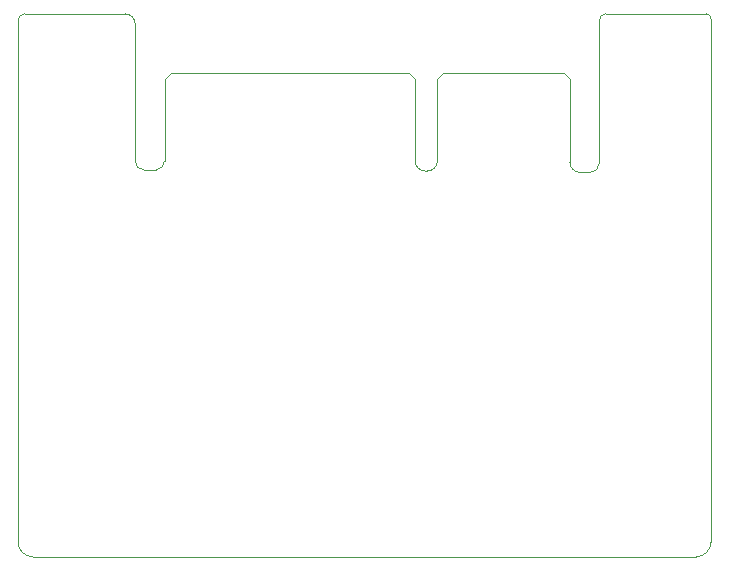
<source format=gm1>
G04*
G04 #@! TF.GenerationSoftware,Altium Limited,Altium Designer,22.9.1 (49)*
G04*
G04 Layer_Color=16711935*
%FSLAX25Y25*%
%MOIN*%
G70*
G04*
G04 #@! TF.SameCoordinates,75BF9A83-B890-44CC-8EB5-75566BACED9D*
G04*
G04*
G04 #@! TF.FilePolarity,Positive*
G04*
G01*
G75*
%ADD12C,0.00394*%
%ADD15C,0.00397*%
D12*
X39933Y328964D02*
G03*
X36614Y332283I-3319J0D01*
G01*
X3150Y332283D02*
G03*
X886Y330020I0J-2264D01*
G01*
X231886Y327354D02*
G03*
X231890Y327358I0J4D01*
G01*
Y330709D02*
G03*
X230315Y332283I-1575J0D01*
G01*
X196850D02*
G03*
X194658Y330091I0J-2193D01*
G01*
X3150Y332283D02*
X36614D01*
X39933Y290010D02*
Y328964D01*
X886Y325854D02*
Y330020D01*
X196850Y332283D02*
X230315D01*
X194658Y282453D02*
Y330091D01*
X184815Y282902D02*
Y290144D01*
X39933Y283208D02*
Y290010D01*
X49776Y283240D02*
Y290010D01*
X142689Y312634D02*
X182846D01*
X184815Y290144D02*
Y310665D01*
X49776Y290010D02*
Y310665D01*
X51744Y312634D01*
X131272D02*
X133240Y310665D01*
X140720D02*
X142689Y312634D01*
X182846D02*
X184815Y310665D01*
X51744Y312634D02*
X131272D01*
X133240Y283303D02*
Y310665D01*
X140720Y283303D02*
Y310665D01*
X39933Y328964D02*
G03*
X36614Y332283I-3319J0D01*
G01*
X3150Y332283D02*
G03*
X886Y330020I0J-2264D01*
G01*
X231886Y327354D02*
G03*
X231890Y327358I0J4D01*
G01*
Y330709D02*
G03*
X230315Y332283I-1575J0D01*
G01*
X196850D02*
G03*
X194658Y330091I0J-2193D01*
G01*
X3150Y332283D02*
X36614D01*
X39933Y290010D02*
Y328964D01*
X886Y325854D02*
Y330020D01*
X196850Y332283D02*
X230315D01*
X194658Y282453D02*
Y330091D01*
X184815Y282902D02*
Y290144D01*
X39933Y283208D02*
Y290010D01*
X49776Y283240D02*
Y290010D01*
X142689Y312634D02*
X182846D01*
X184815Y290144D02*
Y310665D01*
X49776Y290010D02*
Y310665D01*
X51744Y312634D01*
X131272D02*
X133240Y310665D01*
X140720D02*
X142689Y312634D01*
X182846D02*
X184815Y310665D01*
X51744Y312634D02*
X131272D01*
X133240Y283303D02*
Y310665D01*
X140720Y283303D02*
Y310665D01*
D15*
X191605Y279400D02*
G03*
X194658Y282453I0J3053D01*
G01*
X184815Y282902D02*
G03*
X188317Y279400I3501J0D01*
G01*
X137317Y279900D02*
G03*
X140720Y283303I0J3403D01*
G01*
X133240D02*
G03*
X136643Y279900I3403J0D01*
G01*
X46835Y280300D02*
G03*
X49776Y283240I0J2940D01*
G01*
X39933Y283208D02*
G03*
X42841Y280300I2908J0D01*
G01*
X886Y156300D02*
G03*
X5886Y151300I5000J0D01*
G01*
X226890D02*
G03*
X231890Y156300I0J5000D01*
G01*
X42841Y280300D02*
X46835D01*
X188317Y279400D02*
X191605D01*
X136643Y279900D02*
X137317D01*
X886Y156300D02*
Y325854D01*
X5886Y151300D02*
X89300D01*
X226890D01*
X231886Y330709D02*
X231886Y156296D01*
X191605Y279400D02*
G03*
X194658Y282453I0J3053D01*
G01*
X184815Y282902D02*
G03*
X188317Y279400I3501J0D01*
G01*
X137317Y279900D02*
G03*
X140720Y283303I0J3403D01*
G01*
X133240D02*
G03*
X136643Y279900I3403J0D01*
G01*
X46835Y280300D02*
G03*
X49776Y283240I0J2940D01*
G01*
X39933Y283208D02*
G03*
X42841Y280300I2908J0D01*
G01*
X886Y156300D02*
G03*
X5886Y151300I5000J0D01*
G01*
X226890D02*
G03*
X231890Y156300I0J5000D01*
G01*
X42841Y280300D02*
X46835D01*
X188317Y279400D02*
X191605D01*
X136643Y279900D02*
X137317D01*
X886Y156300D02*
Y325854D01*
X5886Y151300D02*
X89300D01*
X226890D01*
X231886Y330709D02*
X231886Y156296D01*
M02*

</source>
